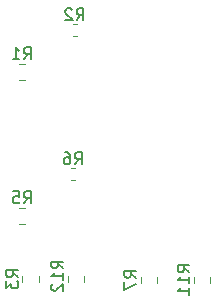
<source format=gbr>
G04 #@! TF.GenerationSoftware,KiCad,Pcbnew,(5.0.2)-1*
G04 #@! TF.CreationDate,2019-03-31T11:29:19+03:00*
G04 #@! TF.ProjectId,galvo-schematic,67616c76-6f2d-4736-9368-656d61746963,rev?*
G04 #@! TF.SameCoordinates,Original*
G04 #@! TF.FileFunction,Legend,Bot*
G04 #@! TF.FilePolarity,Positive*
%FSLAX46Y46*%
G04 Gerber Fmt 4.6, Leading zero omitted, Abs format (unit mm)*
G04 Created by KiCad (PCBNEW (5.0.2)-1) date 31.03.2019 11:29:19*
%MOMM*%
%LPD*%
G01*
G04 APERTURE LIST*
%ADD10C,0.120000*%
%ADD11C,0.150000*%
%ADD12C,0.200000*%
G04 APERTURE END LIST*
D10*
G04 #@! TO.C,R1*
X126484748Y-88698000D02*
X127007252Y-88698000D01*
X126484748Y-90118000D02*
X127007252Y-90118000D01*
G04 #@! TO.C,R5*
X126484748Y-100890000D02*
X127007252Y-100890000D01*
X126484748Y-102310000D02*
X127007252Y-102310000D01*
G04 #@! TO.C,R2*
X131033733Y-85342000D02*
X131376267Y-85342000D01*
X131033733Y-86362000D02*
X131376267Y-86362000D01*
G04 #@! TO.C,R3*
X126790000Y-107203252D02*
X126790000Y-106680748D01*
X128210000Y-107203252D02*
X128210000Y-106680748D01*
G04 #@! TO.C,R6*
X130892733Y-98554000D02*
X131235267Y-98554000D01*
X130892733Y-97534000D02*
X131235267Y-97534000D01*
G04 #@! TO.C,R7*
X138210000Y-107261252D02*
X138210000Y-106738748D01*
X136790000Y-107261252D02*
X136790000Y-106738748D01*
G04 #@! TO.C,R11*
X141290000Y-106738748D02*
X141290000Y-107261252D01*
X142710000Y-106738748D02*
X142710000Y-107261252D01*
G04 #@! TO.C,R12*
X130608000Y-106689748D02*
X130608000Y-107212252D01*
X132028000Y-106689748D02*
X132028000Y-107212252D01*
G04 #@! TO.C,R1*
D11*
X126912666Y-88336380D02*
X127246000Y-87860190D01*
X127484095Y-88336380D02*
X127484095Y-87336380D01*
X127103142Y-87336380D01*
X127007904Y-87384000D01*
X126960285Y-87431619D01*
X126912666Y-87526857D01*
X126912666Y-87669714D01*
X126960285Y-87764952D01*
X127007904Y-87812571D01*
X127103142Y-87860190D01*
X127484095Y-87860190D01*
X125960285Y-88336380D02*
X126531714Y-88336380D01*
X126246000Y-88336380D02*
X126246000Y-87336380D01*
X126341238Y-87479238D01*
X126436476Y-87574476D01*
X126531714Y-87622095D01*
G04 #@! TO.C,R5*
X126912666Y-100528380D02*
X127246000Y-100052190D01*
X127484095Y-100528380D02*
X127484095Y-99528380D01*
X127103142Y-99528380D01*
X127007904Y-99576000D01*
X126960285Y-99623619D01*
X126912666Y-99718857D01*
X126912666Y-99861714D01*
X126960285Y-99956952D01*
X127007904Y-100004571D01*
X127103142Y-100052190D01*
X127484095Y-100052190D01*
X126007904Y-99528380D02*
X126484095Y-99528380D01*
X126531714Y-100004571D01*
X126484095Y-99956952D01*
X126388857Y-99909333D01*
X126150761Y-99909333D01*
X126055523Y-99956952D01*
X126007904Y-100004571D01*
X125960285Y-100099809D01*
X125960285Y-100337904D01*
X126007904Y-100433142D01*
X126055523Y-100480761D01*
X126150761Y-100528380D01*
X126388857Y-100528380D01*
X126484095Y-100480761D01*
X126531714Y-100433142D01*
G04 #@! TO.C,R2*
D12*
X131371666Y-85034380D02*
X131705000Y-84558190D01*
X131943095Y-85034380D02*
X131943095Y-84034380D01*
X131562142Y-84034380D01*
X131466904Y-84082000D01*
X131419285Y-84129619D01*
X131371666Y-84224857D01*
X131371666Y-84367714D01*
X131419285Y-84462952D01*
X131466904Y-84510571D01*
X131562142Y-84558190D01*
X131943095Y-84558190D01*
X130990714Y-84129619D02*
X130943095Y-84082000D01*
X130847857Y-84034380D01*
X130609761Y-84034380D01*
X130514523Y-84082000D01*
X130466904Y-84129619D01*
X130419285Y-84224857D01*
X130419285Y-84320095D01*
X130466904Y-84462952D01*
X131038333Y-85034380D01*
X130419285Y-85034380D01*
G04 #@! TO.C,R3*
X126428380Y-106784333D02*
X125952190Y-106451000D01*
X126428380Y-106212904D02*
X125428380Y-106212904D01*
X125428380Y-106593857D01*
X125476000Y-106689095D01*
X125523619Y-106736714D01*
X125618857Y-106784333D01*
X125761714Y-106784333D01*
X125856952Y-106736714D01*
X125904571Y-106689095D01*
X125952190Y-106593857D01*
X125952190Y-106212904D01*
X125428380Y-107117666D02*
X125428380Y-107736714D01*
X125809333Y-107403380D01*
X125809333Y-107546238D01*
X125856952Y-107641476D01*
X125904571Y-107689095D01*
X125999809Y-107736714D01*
X126237904Y-107736714D01*
X126333142Y-107689095D01*
X126380761Y-107641476D01*
X126428380Y-107546238D01*
X126428380Y-107260523D01*
X126380761Y-107165285D01*
X126333142Y-107117666D01*
G04 #@! TO.C,R6*
X131230666Y-97226380D02*
X131564000Y-96750190D01*
X131802095Y-97226380D02*
X131802095Y-96226380D01*
X131421142Y-96226380D01*
X131325904Y-96274000D01*
X131278285Y-96321619D01*
X131230666Y-96416857D01*
X131230666Y-96559714D01*
X131278285Y-96654952D01*
X131325904Y-96702571D01*
X131421142Y-96750190D01*
X131802095Y-96750190D01*
X130373523Y-96226380D02*
X130564000Y-96226380D01*
X130659238Y-96274000D01*
X130706857Y-96321619D01*
X130802095Y-96464476D01*
X130849714Y-96654952D01*
X130849714Y-97035904D01*
X130802095Y-97131142D01*
X130754476Y-97178761D01*
X130659238Y-97226380D01*
X130468761Y-97226380D01*
X130373523Y-97178761D01*
X130325904Y-97131142D01*
X130278285Y-97035904D01*
X130278285Y-96797809D01*
X130325904Y-96702571D01*
X130373523Y-96654952D01*
X130468761Y-96607333D01*
X130659238Y-96607333D01*
X130754476Y-96654952D01*
X130802095Y-96702571D01*
X130849714Y-96797809D01*
G04 #@! TO.C,R7*
X136428380Y-106833333D02*
X135952190Y-106500000D01*
X136428380Y-106261904D02*
X135428380Y-106261904D01*
X135428380Y-106642857D01*
X135476000Y-106738095D01*
X135523619Y-106785714D01*
X135618857Y-106833333D01*
X135761714Y-106833333D01*
X135856952Y-106785714D01*
X135904571Y-106738095D01*
X135952190Y-106642857D01*
X135952190Y-106261904D01*
X135428380Y-107166666D02*
X135428380Y-107833333D01*
X136428380Y-107404761D01*
G04 #@! TO.C,R11*
X140928380Y-106357142D02*
X140452190Y-106023809D01*
X140928380Y-105785714D02*
X139928380Y-105785714D01*
X139928380Y-106166666D01*
X139976000Y-106261904D01*
X140023619Y-106309523D01*
X140118857Y-106357142D01*
X140261714Y-106357142D01*
X140356952Y-106309523D01*
X140404571Y-106261904D01*
X140452190Y-106166666D01*
X140452190Y-105785714D01*
X140928380Y-107309523D02*
X140928380Y-106738095D01*
X140928380Y-107023809D02*
X139928380Y-107023809D01*
X140071238Y-106928571D01*
X140166476Y-106833333D01*
X140214095Y-106738095D01*
X140928380Y-108261904D02*
X140928380Y-107690476D01*
X140928380Y-107976190D02*
X139928380Y-107976190D01*
X140071238Y-107880952D01*
X140166476Y-107785714D01*
X140214095Y-107690476D01*
G04 #@! TO.C,R12*
X130246380Y-106045142D02*
X129770190Y-105711809D01*
X130246380Y-105473714D02*
X129246380Y-105473714D01*
X129246380Y-105854666D01*
X129294000Y-105949904D01*
X129341619Y-105997523D01*
X129436857Y-106045142D01*
X129579714Y-106045142D01*
X129674952Y-105997523D01*
X129722571Y-105949904D01*
X129770190Y-105854666D01*
X129770190Y-105473714D01*
X130246380Y-106997523D02*
X130246380Y-106426095D01*
X130246380Y-106711809D02*
X129246380Y-106711809D01*
X129389238Y-106616571D01*
X129484476Y-106521333D01*
X129532095Y-106426095D01*
X129341619Y-107378476D02*
X129294000Y-107426095D01*
X129246380Y-107521333D01*
X129246380Y-107759428D01*
X129294000Y-107854666D01*
X129341619Y-107902285D01*
X129436857Y-107949904D01*
X129532095Y-107949904D01*
X129674952Y-107902285D01*
X130246380Y-107330857D01*
X130246380Y-107949904D01*
G04 #@! TD*
M02*

</source>
